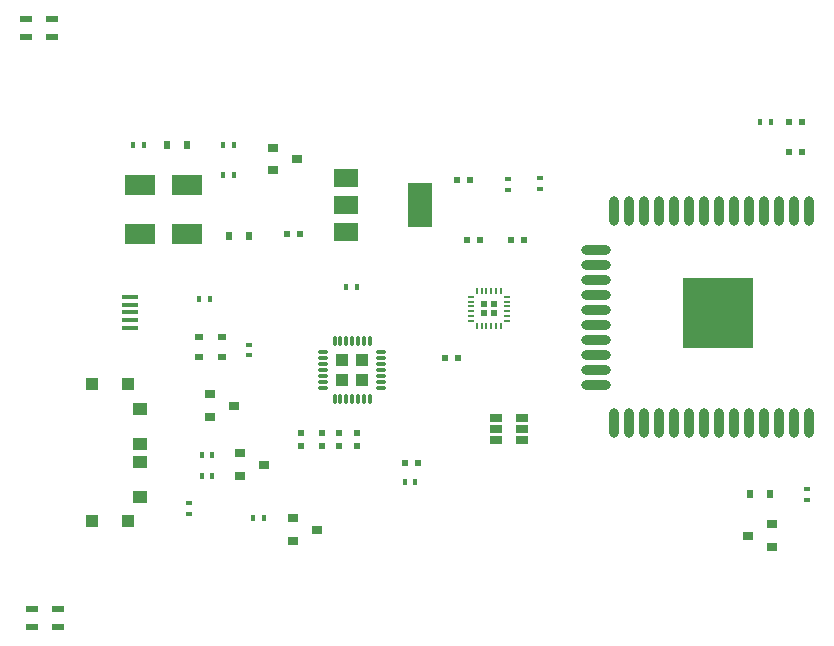
<source format=gtp>
G04 #@! TF.GenerationSoftware,KiCad,Pcbnew,no-vcs-found-aeac415~59~ubuntu16.04.1*
G04 #@! TF.CreationDate,2017-08-23T23:17:54+02:00*
G04 #@! TF.ProjectId,GhostESP32,47686F737445535033322E6B69636164,rev?*
G04 #@! TF.SameCoordinates,Original*
G04 #@! TF.FileFunction,Paste,Top*
G04 #@! TF.FilePolarity,Positive*
%FSLAX46Y46*%
G04 Gerber Fmt 4.6, Leading zero omitted, Abs format (unit mm)*
G04 Created by KiCad (PCBNEW no-vcs-found-aeac415~59~ubuntu16.04.1) date Wed Aug 23 23:17:54 2017*
%MOMM*%
%LPD*%
G01*
G04 APERTURE LIST*
%ADD10R,2.500000X1.800000*%
%ADD11R,0.400000X0.600000*%
%ADD12R,1.000000X0.600000*%
%ADD13R,0.600000X0.500000*%
%ADD14R,0.500000X0.600000*%
%ADD15R,1.350000X0.400000*%
%ADD16R,0.600000X0.800000*%
%ADD17R,0.800000X0.600000*%
%ADD18R,0.525000X0.480000*%
%ADD19R,0.200000X0.550000*%
%ADD20R,0.550000X0.200000*%
%ADD21R,1.005000X1.005000*%
%ADD22O,0.300000X0.850000*%
%ADD23O,0.850000X0.300000*%
%ADD24O,0.900000X2.500000*%
%ADD25O,2.500000X0.900000*%
%ADD26R,6.000000X6.000000*%
%ADD27R,1.300000X1.000000*%
%ADD28R,1.100000X1.000000*%
%ADD29R,0.600000X0.400000*%
%ADD30R,2.000000X1.500000*%
%ADD31R,2.000000X3.800000*%
%ADD32R,0.900000X0.800000*%
%ADD33R,1.060000X0.650000*%
G04 APERTURE END LIST*
D10*
X125500000Y-93800000D03*
X121500000Y-93800000D03*
D11*
X128550000Y-93000000D03*
X129450000Y-93000000D03*
D12*
X112360000Y-131250000D03*
X112400000Y-129750000D03*
X114600000Y-129750000D03*
X114600000Y-131250000D03*
X114100000Y-81250000D03*
X114100000Y-79750000D03*
X111900000Y-79750000D03*
X111860000Y-81250000D03*
D13*
X143950000Y-117400000D03*
X145050000Y-117400000D03*
X154050000Y-98500000D03*
X152950000Y-98500000D03*
X148450000Y-108500000D03*
X147350000Y-108500000D03*
X150300000Y-98500000D03*
X149200000Y-98500000D03*
X176450000Y-91000000D03*
X177550000Y-91000000D03*
X177550000Y-88500000D03*
X176450000Y-88500000D03*
D14*
X138400000Y-114850000D03*
X138400000Y-115950000D03*
X139900000Y-115950000D03*
X139900000Y-114850000D03*
X136900000Y-114850000D03*
X136900000Y-115950000D03*
X135200000Y-115950000D03*
X135200000Y-114850000D03*
D13*
X148350000Y-93400000D03*
X149450000Y-93400000D03*
X133950000Y-98000000D03*
X135050000Y-98000000D03*
D15*
X120650000Y-105900000D03*
X120650000Y-105250000D03*
X120650000Y-104600000D03*
X120650000Y-103950000D03*
X120650000Y-103300000D03*
D16*
X130750000Y-98100000D03*
X129050000Y-98100000D03*
D17*
X128500000Y-108350000D03*
X128500000Y-106650000D03*
X126500000Y-108350000D03*
X126500000Y-106650000D03*
D16*
X125550000Y-90400000D03*
X123850000Y-90400000D03*
X174850000Y-120000000D03*
X173150000Y-120000000D03*
D10*
X125500000Y-98000000D03*
X121500000Y-98000000D03*
D18*
X150630000Y-103900000D03*
X150630000Y-104700000D03*
X151500000Y-103900000D03*
X151500000Y-104700000D03*
D19*
X150065000Y-102800000D03*
X150465000Y-102800000D03*
X150865000Y-102800000D03*
X151265000Y-102800000D03*
X151665000Y-102800000D03*
X152065000Y-102800000D03*
D20*
X152565000Y-103300000D03*
X152565000Y-103700000D03*
X152565000Y-104100000D03*
X152565000Y-104500000D03*
X152565000Y-104900000D03*
X152565000Y-105300000D03*
D19*
X152065000Y-105800000D03*
X151665000Y-105800000D03*
X151265000Y-105800000D03*
X150865000Y-105800000D03*
X150465000Y-105800000D03*
X150065000Y-105800000D03*
D20*
X149565000Y-105300000D03*
X149565000Y-104900000D03*
X149565000Y-104500000D03*
X149565000Y-104100000D03*
X149565000Y-103700000D03*
X149565000Y-103300000D03*
D21*
X138662500Y-108662500D03*
X138662500Y-110337500D03*
X140337500Y-108662500D03*
X140337500Y-110337500D03*
D22*
X138000000Y-107050000D03*
X138500000Y-107050000D03*
X139000000Y-107050000D03*
X139500000Y-107050000D03*
X140000000Y-107050000D03*
X140500000Y-107050000D03*
X141000000Y-107050000D03*
D23*
X141950000Y-108000000D03*
X141950000Y-108500000D03*
X141950000Y-109000000D03*
X141950000Y-109500000D03*
X141950000Y-110000000D03*
X141950000Y-110500000D03*
X141950000Y-111000000D03*
D22*
X141000000Y-111950000D03*
X140500000Y-111950000D03*
X140000000Y-111950000D03*
X139500000Y-111950000D03*
X139000000Y-111950000D03*
X138500000Y-111950000D03*
X138000000Y-111950000D03*
D23*
X137050000Y-111000000D03*
X137050000Y-110500000D03*
X137050000Y-110000000D03*
X137050000Y-109500000D03*
X137050000Y-109000000D03*
X137050000Y-108500000D03*
X137050000Y-108000000D03*
D24*
X178150000Y-114000000D03*
X176880000Y-114000000D03*
X175610000Y-114000000D03*
X174340000Y-114000000D03*
X173070000Y-114000000D03*
X171800000Y-114000000D03*
X170530000Y-114000000D03*
X169260000Y-114000000D03*
X167990000Y-114000000D03*
X166720000Y-114000000D03*
X165450000Y-114000000D03*
X164180000Y-114000000D03*
X162910000Y-114000000D03*
X161640000Y-114000000D03*
D25*
X160150000Y-110715000D03*
X160150000Y-109445000D03*
X160150000Y-108175000D03*
X160150000Y-106905000D03*
X160150000Y-105635000D03*
X160150000Y-104365000D03*
X160150000Y-103095000D03*
X160150000Y-101825000D03*
X160150000Y-100555000D03*
X160150000Y-99285000D03*
D24*
X161640000Y-96000000D03*
X162910000Y-96000000D03*
X164180000Y-96000000D03*
X165450000Y-96000000D03*
X166720000Y-96000000D03*
X167990000Y-96000000D03*
X169260000Y-96000000D03*
X170530000Y-96000000D03*
X171800000Y-96000000D03*
X173070000Y-96000000D03*
X174340000Y-96000000D03*
X175610000Y-96000000D03*
X176880000Y-96000000D03*
X178150000Y-96000000D03*
D26*
X170450000Y-104700000D03*
D27*
X121500000Y-112750000D03*
X121500000Y-115750000D03*
X121500000Y-117250000D03*
X121500000Y-120250000D03*
D28*
X120500000Y-110700000D03*
X117500000Y-110700000D03*
X120500000Y-122300000D03*
X117500000Y-122300000D03*
D11*
X129450000Y-90400000D03*
X128550000Y-90400000D03*
X144850000Y-119000000D03*
X143950000Y-119000000D03*
D29*
X152700000Y-93350000D03*
X152700000Y-94250000D03*
D11*
X126750000Y-116700000D03*
X127650000Y-116700000D03*
X127650000Y-118500000D03*
X126750000Y-118500000D03*
D29*
X130800000Y-107350000D03*
X130800000Y-108250000D03*
D11*
X126550000Y-103500000D03*
X127450000Y-103500000D03*
X120950000Y-90400000D03*
X121850000Y-90400000D03*
X174050000Y-88500000D03*
X174950000Y-88500000D03*
X139900000Y-102500000D03*
X139000000Y-102500000D03*
X132000000Y-122000000D03*
X131100000Y-122000000D03*
D29*
X125700000Y-121650000D03*
X125700000Y-120750000D03*
X155400000Y-94150000D03*
X155400000Y-93250000D03*
X178000000Y-119550000D03*
X178000000Y-120450000D03*
D30*
X138950000Y-93200000D03*
X138950000Y-97800000D03*
X138950000Y-95500000D03*
D31*
X145250000Y-95500000D03*
D32*
X129500000Y-112500000D03*
X127500000Y-113450000D03*
X127500000Y-111550000D03*
X175000000Y-124450000D03*
X175000000Y-122550000D03*
X173000000Y-123500000D03*
X132000000Y-117500000D03*
X130000000Y-118450000D03*
X130000000Y-116550000D03*
X132800000Y-90650000D03*
X132800000Y-92550000D03*
X134800000Y-91600000D03*
X136500000Y-123000000D03*
X134500000Y-123950000D03*
X134500000Y-122050000D03*
D33*
X153900000Y-114500000D03*
X153900000Y-113550000D03*
X153900000Y-115450000D03*
X151700000Y-115450000D03*
X151700000Y-114500000D03*
X151700000Y-113550000D03*
M02*

</source>
